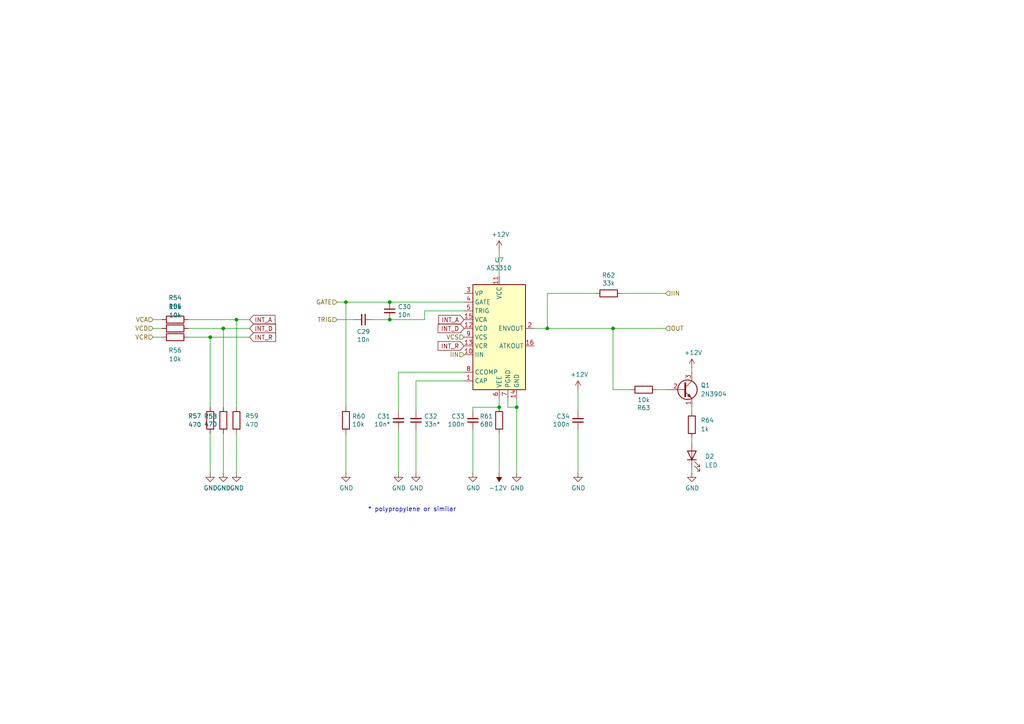
<source format=kicad_sch>
(kicad_sch (version 20211123) (generator eeschema)
  (paper "A4")
  (title_block (title "Polykit-X Voice Card") (date "2023-01-26") (rev "v1.0.0") (company "Jan Knipper") (comment 1 "github.com/polykit"))
  (lib_symbols
    (symbol "Audio:AS3310"
      (property "Reference" "U" (at -5.08 17.78 0))
      (property "Value" "AS3310" (at 5.08 17.78 0))
      (symbol "AS3310_0_1"
        (rectangle (start 7.62 -15.24) (end -7.62 15.24) (stroke (width 0.254)) (fill (type background)))
      )
      (symbol "AS3310_1_1"
        (pin passive line (at -10.16 -12.7 0) (length 2.54) (name "CAP") (number "1"))
        (pin input line (at -10.16 -5.08 0) (length 2.54) (name "IIN") (number "10"))
        (pin power_in line (at 0 17.78 270) (length 2.54) (name "VCC") (number "11"))
        (pin input line (at -10.16 2.54 0) (length 2.54) (name "VCD") (number "12"))
        (pin input line (at -10.16 -2.54 0) (length 2.54) (name "VCR") (number "13"))
        (pin power_in line (at 5.08 -17.78 90) (length 2.54) (name "GND") (number "14"))
        (pin input line (at -10.16 5.08 0) (length 2.54) (name "VCA") (number "15"))
        (pin output line (at 10.16 -2.54 180) (length 2.54) (name "ATKOUT") (number "16"))
        (pin output line (at 10.16 2.54 180) (length 2.54) (name "ENVOUT") (number "2"))
        (pin input line (at -10.16 12.7 0) (length 2.54) (name "VP") (number "3"))
        (pin input line (at -10.16 10.16 0) (length 2.54) (name "GATE") (number "4"))
        (pin input line (at -10.16 7.62 0) (length 2.54) (name "TRIG") (number "5"))
        (pin power_in line (at 0 -17.78 90) (length 2.54) (name "VEE") (number "6"))
        (pin power_in line (at 2.54 -17.78 90) (length 2.54) (name "PGND") (number "7"))
        (pin passive line (at -10.16 -10.16 0) (length 2.54) (name "CCOMP") (number "8"))
        (pin input line (at -10.16 0 0) (length 2.54) (name "VCS") (number "9"))
      )
    )
    (symbol "Device:C_Small" (pin_numbers hide) (pin_names (offset 0.254) hide)
      (property "Reference" "C" (at 0.254 1.778 0))
      (property "Value" "C_Small" (at 0.254 -2.032 0))
      (symbol "C_Small_0_1"
        (polyline (pts (xy -1.524 -0.508) (xy 1.524 -0.508)) (stroke (width 0.3302)))
        (polyline (pts (xy -1.524 0.508) (xy 1.524 0.508)) (stroke (width 0.3048)))
      )
      (symbol "C_Small_1_1"
        (pin passive line (at 0 2.54 270) (length 2.032) (name "~") (number "1"))
        (pin passive line (at 0 -2.54 90) (length 2.032) (name "~") (number "2"))
      )
    )
    (symbol "Device:LED" (pin_numbers hide) (pin_names (offset 1.016) hide)
      (property "Reference" "D" (at 0 2.54 0))
      (property "Value" "LED" (at 0 -2.54 0))
      (symbol "LED_0_1"
        (polyline (pts (xy -1.27 -1.27) (xy -1.27 1.27)) (stroke (width 0.254)))
        (polyline (pts (xy -1.27 0) (xy 1.27 0)))
        (polyline (pts (xy 1.27 -1.27) (xy 1.27 1.27) (xy -1.27 0) (xy 1.27 -1.27)) (stroke (width 0.254)))
        (polyline (pts (xy -3.048 -0.762) (xy -4.572 -2.286) (xy -3.81 -2.286) (xy -4.572 -2.286) (xy -4.572 -1.524)))
        (polyline (pts (xy -1.778 -0.762) (xy -3.302 -2.286) (xy -2.54 -2.286) (xy -3.302 -2.286) (xy -3.302 -1.524)))
      )
      (symbol "LED_1_1"
        (pin passive line (at -3.81 0 0) (length 2.54) (name "K") (number "1"))
        (pin passive line (at 3.81 0 180) (length 2.54) (name "A") (number "2"))
      )
    )
    (symbol "Device:R" (pin_numbers hide) (pin_names (offset 0))
      (property "Reference" "R" (at 2.032 0 90))
      (property "Value" "R" (at 0 0 90))
      (symbol "R_0_1"
        (rectangle (start -1.016 -2.54) (end 1.016 2.54) (stroke (width 0.254)))
      )
      (symbol "R_1_1"
        (pin passive line (at 0 3.81 270) (length 1.27) (name "~") (number "1"))
        (pin passive line (at 0 -3.81 90) (length 1.27) (name "~") (number "2"))
      )
    )
    (symbol "Transistor_BJT:2N3904" (pin_names (offset 0) hide)
      (property "Reference" "Q" (at 5.08 1.905 0))
      (property "Value" "2N3904" (at 5.08 0 0))
      (symbol "2N3904_0_1"
        (polyline (pts (xy 0.635 0.635) (xy 2.54 2.54)))
        (polyline (pts (xy 0.635 -0.635) (xy 2.54 -2.54) (xy 2.54 -2.54)))
        (polyline (pts (xy 0.635 1.905) (xy 0.635 -1.905) (xy 0.635 -1.905)) (stroke (width 0.508)))
        (polyline (pts (xy 1.27 -1.778) (xy 1.778 -1.27) (xy 2.286 -2.286) (xy 1.27 -1.778) (xy 1.27 -1.778)) (fill (type outline)))
        (circle (center 1.27 0) (radius 2.8194) (stroke (width 0.254)))
      )
      (symbol "2N3904_1_1"
        (pin passive line (at 2.54 -5.08 90) (length 2.54) (name "E") (number "1"))
        (pin passive line (at -5.08 0 0) (length 5.715) (name "B") (number "2"))
        (pin passive line (at 2.54 5.08 270) (length 2.54) (name "C") (number "3"))
      )
    )
    (symbol "power:+12V" (power) (pin_names (offset 0))
      (property "Value" "+12V" (at 0 3.556 0))
      (symbol "+12V_0_1"
        (polyline (pts (xy -0.762 1.27) (xy 0 2.54)))
        (polyline (pts (xy 0 0) (xy 0 2.54)))
        (polyline (pts (xy 0 2.54) (xy 0.762 1.27)))
      )
      (symbol "+12V_1_1"
        (pin power_in line (at 0 0 90) (length 0) hide (name "+12V") (number "1"))
      )
    )
    (symbol "power:-12V" (power) (pin_names (offset 0))
      (property "Value" "-12V" (at 0 3.81 0))
      (symbol "-12V_0_0"
        (pin power_in line (at 0 0 90) (length 0) hide (name "-12V") (number "1"))
      )
      (symbol "-12V_0_1"
        (polyline (pts (xy 0 0) (xy 0 1.27) (xy 0.762 1.27) (xy 0 2.54) (xy -0.762 1.27) (xy 0 1.27)) (fill (type outline)))
      )
    )
    (symbol "power:GND" (power) (pin_names (offset 0))
      (property "Value" "GND" (at 0 -3.81 0))
      (symbol "GND_0_1"
        (polyline (pts (xy 0 0) (xy 0 -1.27) (xy 1.27 -1.27) (xy 0 -2.54) (xy -1.27 -1.27) (xy 0 -1.27)))
      )
      (symbol "GND_1_1"
        (pin power_in line (at 0 0 270) (length 0) hide (name "GND") (number "1"))
      )
    )
  )
  (junction (at 113.03 92.71))
  (junction (at 68.58 92.71))
  (junction (at 144.78 118.11))
  (junction (at 60.96 97.79))
  (junction (at 177.8 95.25))
  (junction (at 158.75 95.25))
  (junction (at 64.77 95.25))
  (junction (at 100.33 87.63))
  (junction (at 113.03 87.63))
  (junction (at 149.86 118.11))
  (wire (pts (xy 177.8 95.25) (xy 177.8 113.03)))
  (wire (pts (xy 120.65 110.49) (xy 134.62 110.49)))
  (wire (pts (xy 149.86 115.57) (xy 149.86 118.11)))
  (wire (pts (xy 115.57 107.95) (xy 134.62 107.95)))
  (wire (pts (xy 60.96 97.79) (xy 60.96 118.11)))
  (wire (pts (xy 147.32 115.57) (xy 147.32 118.11)))
  (wire (pts (xy 144.78 115.57) (xy 144.78 118.11)))
  (wire (pts (xy 64.77 95.25) (xy 64.77 118.11)))
  (wire (pts (xy 100.33 137.16) (xy 100.33 125.73)))
  (wire (pts (xy 115.57 107.95) (xy 115.57 119.38)))
  (wire (pts (xy 144.78 80.01) (xy 144.78 72.39)))
  (wire (pts (xy 167.64 119.38) (xy 167.64 113.03)))
  (wire (pts (xy 137.16 119.38) (xy 137.16 118.11)))
  (wire (pts (xy 144.78 137.16) (xy 144.78 125.73)))
  (wire (pts (xy 137.16 118.11) (xy 144.78 118.11)))
  (wire (pts (xy 60.96 137.16) (xy 60.96 125.73)))
  (wire (pts (xy 123.19 92.71) (xy 113.03 92.71)))
  (wire (pts (xy 54.61 92.71) (xy 68.58 92.71)))
  (wire (pts (xy 60.96 97.79) (xy 72.39 97.79)))
  (wire (pts (xy 44.45 97.79) (xy 46.99 97.79)))
  (wire (pts (xy 123.19 90.17) (xy 123.19 92.71)))
  (wire (pts (xy 167.64 124.46) (xy 167.64 137.16)))
  (wire (pts (xy 54.61 95.25) (xy 64.77 95.25)))
  (wire (pts (xy 190.5 113.03) (xy 193.04 113.03)))
  (wire (pts (xy 44.45 92.71) (xy 46.99 92.71)))
  (wire (pts (xy 193.04 85.09) (xy 180.34 85.09)))
  (wire (pts (xy 158.75 95.25) (xy 154.94 95.25)))
  (wire (pts (xy 102.87 92.71) (xy 97.79 92.71)))
  (wire (pts (xy 44.45 95.25) (xy 46.99 95.25)))
  (wire (pts (xy 64.77 137.16) (xy 64.77 125.73)))
  (wire (pts (xy 120.65 110.49) (xy 120.65 119.38)))
  (wire (pts (xy 177.8 95.25) (xy 193.04 95.25)))
  (wire (pts (xy 158.75 95.25) (xy 177.8 95.25)))
  (wire (pts (xy 200.66 106.68) (xy 200.66 107.95)))
  (wire (pts (xy 113.03 92.71) (xy 107.95 92.71)))
  (wire (pts (xy 137.16 124.46) (xy 137.16 137.16)))
  (wire (pts (xy 182.88 113.03) (xy 177.8 113.03)))
  (wire (pts (xy 147.32 118.11) (xy 149.86 118.11)))
  (wire (pts (xy 64.77 95.25) (xy 72.39 95.25)))
  (wire (pts (xy 54.61 97.79) (xy 60.96 97.79)))
  (wire (pts (xy 134.62 90.17) (xy 123.19 90.17)))
  (wire (pts (xy 120.65 124.46) (xy 120.65 137.16)))
  (wire (pts (xy 68.58 137.16) (xy 68.58 125.73)))
  (wire (pts (xy 158.75 85.09) (xy 158.75 95.25)))
  (wire (pts (xy 68.58 92.71) (xy 72.39 92.71)))
  (wire (pts (xy 134.62 87.63) (xy 113.03 87.63)))
  (wire (pts (xy 113.03 87.63) (xy 100.33 87.63)))
  (wire (pts (xy 100.33 118.11) (xy 100.33 87.63)))
  (wire (pts (xy 158.75 85.09) (xy 172.72 85.09)))
  (wire (pts (xy 200.66 135.89) (xy 200.66 137.16)))
  (wire (pts (xy 68.58 92.71) (xy 68.58 118.11)))
  (wire (pts (xy 115.57 124.46) (xy 115.57 137.16)))
  (wire (pts (xy 149.86 118.11) (xy 149.86 137.16)))
  (wire (pts (xy 200.66 119.38) (xy 200.66 118.11)))
  (wire (pts (xy 200.66 128.27) (xy 200.66 127)))
  (wire (pts (xy 100.33 87.63) (xy 97.79 87.63)))
  (text "* polypropylene or similar" (at 106.68 148.59 0) (effects (font (size 1.27 1.27)) (justify left bottom)))
  (global_label "INT_D" (shape input) (at 72.39 95.25 0) (property "Intersheet References" "${INTERSHEET_REFS}" (effects hide)))
  (global_label "INT_A" (shape input) (at 134.62 92.71 180) (property "Intersheet References" "${INTERSHEET_REFS}" (effects hide)))
  (global_label "INT_A" (shape input) (at 72.39 92.71 0) (property "Intersheet References" "${INTERSHEET_REFS}" (effects hide)))
  (global_label "INT_D" (shape input) (at 134.62 95.25 180) (property "Intersheet References" "${INTERSHEET_REFS}" (effects hide)))
  (global_label "INT_R" (shape input) (at 72.39 97.79 0) (property "Intersheet References" "${INTERSHEET_REFS}" (effects hide)))
  (global_label "INT_R" (shape input) (at 134.62 100.33 180) (property "Intersheet References" "${INTERSHEET_REFS}" (effects hide)))
  (hierarchical_label "VCS" (shape input) (at 134.62 97.79 180))
  (hierarchical_label "TRIG" (shape input) (at 97.79 92.71 180))
  (hierarchical_label "IIN" (shape input) (at 193.04 85.09 0))
  (hierarchical_label "OUT" (shape input) (at 193.04 95.25 0))
  (hierarchical_label "VCR" (shape input) (at 44.45 97.79 180))
  (hierarchical_label "VCD" (shape input) (at 44.45 95.25 180))
  (hierarchical_label "IIN" (shape input) (at 134.62 102.87 180))
  (hierarchical_label "GATE" (shape input) (at 97.79 87.63 180))
  (hierarchical_label "VCA" (shape input) (at 44.45 92.71 180))
  (symbol (lib_id "Audio:AS3310") (at 144.78 97.79 0) (unit 1)
    (property "Reference" "U7" (at 144.78 75.4126 0))
    (property "Value" "AS3310" (at 144.78 77.724 0))
    (property "Footprint" "Package_DIP:DIP-16_W7.62mm_Socket_LongPads" (effects hide))
    (property "Datasheet" "http://www.alfarzpp.lv/eng/sc/AS3310.pdf" (effects hide))
  )
  (symbol (lib_id "power:+12V") (at 144.78 72.39 0) (unit 1)
    (property "Reference" "#PWR076" (effects hide))
    (property "Value" "+12V" (at 145.161 67.9958 0))
  )
  (symbol (lib_id "Device:C_Small") (at 105.41 92.71 270) (unit 1)
    (property "Reference" "C29" (at 105.41 96.1898 90))
    (property "Value" "10n" (at 105.41 98.5012 90))
    (property "Footprint" "Capacitor_THT:C_Disc_D5.0mm_W2.5mm_P2.50mm" (effects hide))
  )
  (symbol (lib_id "Device:C_Small") (at 113.03 90.17 0) (unit 1)
    (property "Reference" "C30" (at 115.3668 89.0016 0) (effects (justify left)))
    (property "Value" "10n" (at 115.3668 91.313 0) (effects (justify left)))
    (property "Footprint" "Capacitor_THT:C_Disc_D5.0mm_W2.5mm_P2.50mm" (effects hide))
  )
  (symbol (lib_id "Device:C_Small") (at 115.57 121.92 180) (unit 1)
    (property "Reference" "C31" (at 113.2586 120.7516 0) (effects (justify left)))
    (property "Value" "10n*" (at 113.2586 123.063 0) (effects (justify left)))
    (property "Footprint" "Capacitor_THT:C_Rect_L7.2mm_W5.5mm_P5.00mm_FKS2_FKP2_MKS2_MKP2" (effects hide))
  )
  (symbol (lib_id "Device:C_Small") (at 120.65 121.92 180) (unit 1)
    (property "Reference" "C32" (at 122.9868 120.7516 0) (effects (justify right)))
    (property "Value" "33n*" (at 122.9868 123.063 0) (effects (justify right)))
    (property "Footprint" "Capacitor_THT:C_Rect_L7.2mm_W5.5mm_P5.00mm_FKS2_FKP2_MKS2_MKP2" (effects hide))
  )
  (symbol (lib_id "power:GND") (at 115.57 137.16 0) (unit 1)
    (property "Reference" "#PWR073" (effects hide))
    (property "Value" "GND" (at 115.697 141.5542 0))
  )
  (symbol (lib_id "Device:R") (at 144.78 121.92 0) (unit 1)
    (property "Reference" "R61" (at 143.0274 120.7516 0) (effects (justify right)))
    (property "Value" "680" (at 143.0274 123.063 0) (effects (justify right)))
    (property "Footprint" "Resistor_THT:R_Axial_DIN0207_L6.3mm_D2.5mm_P10.16mm_Horizontal" (effects hide))
  )
  (symbol (lib_id "power:-12V") (at 144.78 137.16 180) (unit 1)
    (property "Reference" "#PWR077" (effects hide))
    (property "Value" "-12V" (at 144.399 141.5542 0))
  )
  (symbol (lib_id "power:GND") (at 167.64 137.16 0) (unit 1)
    (property "Reference" "#PWR080" (effects hide))
    (property "Value" "GND" (at 167.767 141.5542 0))
  )
  (symbol (lib_id "Device:R") (at 176.53 85.09 90) (unit 1)
    (property "Reference" "R62" (at 176.53 79.8322 90))
    (property "Value" "33k" (at 176.53 82.1436 90))
    (property "Footprint" "Resistor_THT:R_Axial_DIN0207_L6.3mm_D2.5mm_P10.16mm_Horizontal" (effects hide))
  )
  (symbol (lib_id "Device:C_Small") (at 137.16 121.92 180) (unit 1)
    (property "Reference" "C33" (at 134.8232 120.7516 0) (effects (justify left)))
    (property "Value" "100n" (at 134.8232 123.063 0) (effects (justify left)))
    (property "Footprint" "Capacitor_THT:C_Disc_D5.0mm_W2.5mm_P2.50mm" (effects hide))
  )
  (symbol (lib_id "Device:C_Small") (at 167.64 121.92 180) (unit 1)
    (property "Reference" "C34" (at 165.3032 120.7516 0) (effects (justify left)))
    (property "Value" "100n" (at 165.3032 123.063 0) (effects (justify left)))
    (property "Footprint" "Capacitor_THT:C_Disc_D5.0mm_W2.5mm_P2.50mm" (effects hide))
  )
  (symbol (lib_id "power:+12V") (at 167.64 113.03 0) (unit 1)
    (property "Reference" "#PWR079" (effects hide))
    (property "Value" "+12V" (at 168.021 108.6358 0))
  )
  (symbol (lib_id "power:GND") (at 120.65 137.16 0) (unit 1)
    (property "Reference" "#PWR074" (effects hide))
    (property "Value" "GND" (at 120.777 141.5542 0))
  )
  (symbol (lib_id "power:GND") (at 149.86 137.16 0) (unit 1)
    (property "Reference" "#PWR078" (effects hide))
    (property "Value" "GND" (at 149.987 141.5542 0))
  )
  (symbol (lib_id "power:GND") (at 137.16 137.16 0) (unit 1)
    (property "Reference" "#PWR075" (effects hide))
    (property "Value" "GND" (at 137.287 141.5542 0))
  )
  (symbol (lib_id "Device:R") (at 100.33 121.92 180) (unit 1)
    (property "Reference" "R60" (at 102.108 120.7516 0) (effects (justify right)))
    (property "Value" "10k" (at 102.108 123.063 0) (effects (justify right)))
    (property "Footprint" "Resistor_THT:R_Axial_DIN0207_L6.3mm_D2.5mm_P10.16mm_Horizontal" (effects hide))
  )
  (symbol (lib_id "power:GND") (at 100.33 137.16 0) (unit 1)
    (property "Reference" "#PWR072" (effects hide))
    (property "Value" "GND" (at 100.457 141.5542 0))
  )
  (symbol (lib_id "Transistor_BJT:2N3904") (at 198.12 113.03 0) (unit 1)
    (property "Reference" "Q1" (at 203.2 111.7599 0) (effects (justify left)))
    (property "Value" "2N3904" (at 203.2 114.2999 0) (effects (justify left)))
    (property "Footprint" "Package_TO_SOT_THT:TO-92_Inline_Wide" (effects hide))
    (property "Datasheet" "https://www.onsemi.com/pub/Collateral/2N3903-D.PDF" (effects hide))
  )
  (symbol (lib_id "Device:R") (at 68.58 121.92 0) (unit 1)
    (property "Reference" "R59" (at 71.12 120.6499 0) (effects (justify left)))
    (property "Value" "470" (at 71.12 123.1899 0) (effects (justify left)))
    (property "Footprint" "Resistor_THT:R_Axial_DIN0207_L6.3mm_D2.5mm_P10.16mm_Horizontal" (effects hide))
  )
  (symbol (lib_id "Device:R") (at 50.8 92.71 270) (unit 1)
    (property "Reference" "R54" (at 50.8 86.36 90))
    (property "Value" "10k" (at 50.8 88.9 90))
    (property "Footprint" "Resistor_THT:R_Axial_DIN0207_L6.3mm_D2.5mm_P10.16mm_Horizontal" (effects hide))
  )
  (symbol (lib_id "Device:R") (at 50.8 97.79 270) (unit 1)
    (property "Reference" "R56" (at 50.8 101.6 90))
    (property "Value" "10k" (at 50.8 104.14 90))
    (property "Footprint" "Resistor_THT:R_Axial_DIN0207_L6.3mm_D2.5mm_P10.16mm_Horizontal" (effects hide))
  )
  (symbol (lib_id "power:GND") (at 60.96 137.16 0) (unit 1)
    (property "Reference" "#PWR069" (effects hide))
    (property "Value" "GND" (at 61.087 141.5542 0))
  )
  (symbol (lib_id "Device:LED") (at 200.66 132.08 90) (unit 1)
    (property "Reference" "D2" (at 204.47 132.3974 90) (effects (justify right)))
    (property "Value" "LED" (at 204.47 134.9374 90) (effects (justify right)))
    (property "Footprint" "LED_THT:LED_D3.0mm" (effects hide))
  )
  (symbol (lib_id "Device:R") (at 200.66 123.19 0) (unit 1)
    (property "Reference" "R64" (at 203.2 121.9199 0) (effects (justify left)))
    (property "Value" "1k" (at 203.2 124.4599 0) (effects (justify left)))
    (property "Footprint" "Resistor_THT:R_Axial_DIN0207_L6.3mm_D2.5mm_P10.16mm_Horizontal" (effects hide))
  )
  (symbol (lib_id "Device:R") (at 186.69 113.03 270) (unit 1)
    (property "Reference" "R63" (at 186.69 118.2878 90))
    (property "Value" "10k" (at 186.69 115.9764 90))
    (property "Footprint" "Resistor_THT:R_Axial_DIN0207_L6.3mm_D2.5mm_P10.16mm_Horizontal" (effects hide))
  )
  (symbol (lib_id "power:GND") (at 200.66 137.16 0) (unit 1)
    (property "Reference" "#PWR082" (effects hide))
    (property "Value" "GND" (at 200.787 141.5542 0))
  )
  (symbol (lib_id "Device:R") (at 60.96 121.92 0) (unit 1)
    (property "Reference" "R57" (at 58.42 120.6499 0) (effects (justify right)))
    (property "Value" "470" (at 58.42 123.1899 0) (effects (justify right)))
    (property "Footprint" "Resistor_THT:R_Axial_DIN0207_L6.3mm_D2.5mm_P10.16mm_Horizontal" (effects hide))
  )
  (symbol (lib_id "Device:R") (at 64.77 121.92 0) (unit 1)
    (property "Reference" "R58" (at 63.0174 120.7516 0) (effects (justify right)))
    (property "Value" "470" (at 63.0174 123.063 0) (effects (justify right)))
    (property "Footprint" "Resistor_THT:R_Axial_DIN0207_L6.3mm_D2.5mm_P10.16mm_Horizontal" (effects hide))
  )
  (symbol (lib_id "power:GND") (at 64.77 137.16 0) (unit 1)
    (property "Reference" "#PWR070" (effects hide))
    (property "Value" "GND" (at 64.897 141.5542 0))
  )
  (symbol (lib_id "Device:R") (at 50.8 95.25 270) (unit 1)
    (property "Reference" "R55" (at 50.8 88.9 90))
    (property "Value" "10k" (at 50.8 91.44 90))
    (property "Footprint" "Resistor_THT:R_Axial_DIN0207_L6.3mm_D2.5mm_P10.16mm_Horizontal" (effects hide))
  )
  (symbol (lib_id "power:GND") (at 68.58 137.16 0) (unit 1)
    (property "Reference" "#PWR071" (effects hide))
    (property "Value" "GND" (at 68.707 141.5542 0))
  )
  (symbol (lib_id "power:+12V") (at 200.66 106.68 0) (unit 1)
    (property "Reference" "#PWR081" (effects hide))
    (property "Value" "+12V" (at 201.041 102.2858 0))
  )
)
</source>
